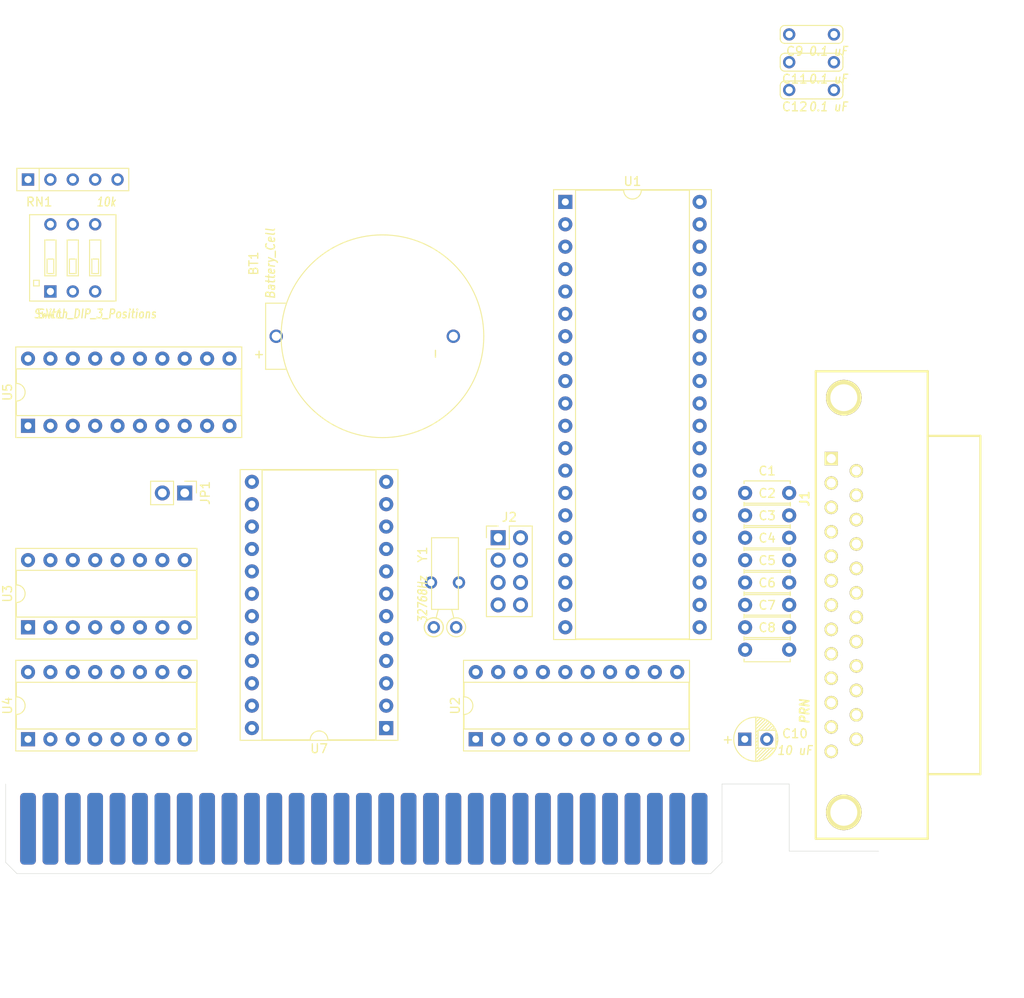
<source format=kicad_pcb>
(kicad_pcb (version 20240108) (generator "pcbnew") (generator_version "8.0")
  (layers (0 "F.Cu" signal) (31 "B.Cu" signal) (34 "B.Paste" user) (35 "F.Paste" user) (36 "B.SilkS" user "B.Silkscreen") (37 "F.SilkS" user "F.Silkscreen") (38 "B.Mask" user) (39 "F.Mask" user) (44 "Edge.Cuts" user))
  (net 0 "")
  (net 1 "/A1")
  (net 2 "/A0")
  (net 3 "/A9")
  (net 6 "/IOR")
  (net 9 "/IRQ7")
  (net 11 "VCC")
  (net 13 "GND")
  (net 15 "/D7")
  (net 16 "/A5")
  (net 18 "/D3")
  (net 20 "/RESET")
  (net 24 "/A3")
  (net 25 "/D2")
  (net 32 "/A8")
  (net 33 "/AEN")
  (net 40 "/D1")
  (net 41 "/IRQ6")
  (net 42 "/D0")
  (net 43 "/D5")
  (net 45 "/A7")
  (net 49 "/A4")
  (net 51 "/D4")
  (net 53 "/A6")
  (net 55 "/A2")
  (net 57 "/IOW")
  (net 59 "/D6")
  (net 60 "/P_DATA0")
  (net 61 "/P_DATA1")
  (net 62 "/P_DATA2")
  (net 63 "/P_DATA3")
  (net 64 "/P_DATA4")
  (net 65 "/P_DATA5")
  (net 66 "/P_DATA6")
  (net 67 "/P_DATA7")
  (net 68 "/~{ERROR}")
  (net 69 "/~{SCLK}")
  (net 70 "/PE")
  (net 71 "/~{AUTOFD}")
  (net 72 "/SLCK")
  (net 73 "/~{ACK}")
  (net 74 "/~{STROB}")
  (net 75 "/~{INIT}")
  (net 76 "/BUSY")
  (net 77 "Net-(U1-D5)")
  (net 78 "/PRN_IRQ")
  (net 79 "Net-(U1-D6)")
  (net 80 "/PRN_CS")
  (net 81 "Net-(U1-D0)")
  (net 83 "Net-(U1-DIR)")
  (net 84 "Net-(U1-D2)")
  (net 86 "Net-(U1-D1)")
  (net 88 "Net-(U1-D3)")
  (net 90 "Net-(U1-D7)")
  (net 91 "Net-(U1-D4)")
  (net 92 "/0x278")
  (net 94 "/0x2E8")
  (net 95 "Net-(U3-~{E1})")
  (net 96 "/0x3E8")
  (net 97 "/0x2F8")
  (net 99 "/0x3F8")
  (net 100 "/0x378")
  (net 108 "/~{RTC_IRQ}")
  (net 109 "/AS2")
  (net 110 "/AS1")
  (net 111 "/AS0")
  (net 112 "Net-(U7-X2)")
  (net 113 "Net-(U7-X1)")
  (net 114 "Net-(BT1-+)")
  (net 115 "Net-(JP1-A)")
  (net 116 "/RTCALE")
  (net 117 "/RTCRD")
  (net 118 "/RTCWR")
  (footprint "Package_DIP:DIP-24_W15.24mm_Socket" (layer "F.Cu") (at 185.42 113.035 180)
    (property "Reference" "U7" (at 7.62 -2.33 360) (layer "F.SilkS"))
    (property "Value" "DS12885")
    (pad "1" thru_hole rect (at 0 0 180) (size 1.6 1.6) (drill 0.8) (layers "*.Cu" "*.Mask"))
    (pad "2" thru_hole oval (at 0 2.54 180) (size 1.6 1.6) (drill 0.8) (layers "*.Cu" "*.Mask") (net 113 "Net-(U7-X1)"))
    (pad "3" thru_hole oval (at 0 5.08 180) (size 1.6 1.6) (drill 0.8) (layers "*.Cu" "*.Mask") (net 112 "Net-(U7-X2)"))
    (pad "4" thru_hole oval (at 0 7.62 180) (size 1.6 1.6) (drill 0.8) (layers "*.Cu" "*.Mask") (net 42 "/D0"))
    (pad "5" thru_hole oval (at 0 10.16 180) (size 1.6 1.6) (drill 0.8) (layers "*.Cu" "*.Mask") (net 40 "/D1"))
    (pad "6" thru_hole oval (at 0 12.7 180) (size 1.6 1.6) (drill 0.8) (layers "*.Cu" "*.Mask") (net 25 "/D2"))
    (pad "7" thru_hole oval (at 0 15.24 180) (size 1.6 1.6) (drill 0.8) (layers "*.Cu" "*.Mask") (net 18 "/D3"))
    (pad "8" thru_hole oval (at 0 17.78 180) (size 1.6 1.6) (drill 0.8) (layers "*.Cu" "*.Mask") (net 51 "/D4"))
    (pad "9" thru_hole oval (at 0 20.32 180) (size 1.6 1.6) (drill 0.8) (layers "*.Cu" "*.Mask") (net 43 "/D5"))
    (pad "10" thru_hole oval (at 0 22.86 180) (size 1.6 1.6) (drill 0.8) (layers "*.Cu" "*.Mask") (net 59 "/D6"))
    (pad "11" thru_hole oval (at 0 25.4 180) (size 1.6 1.6) (drill 0.8) (layers "*.Cu" "*.Mask") (net 15 "/D7"))
    (pad "12" thru_hole oval (at 0 27.94 180) (size 1.6 1.6) (drill 0.8) (layers "*.Cu" "*.Mask") (net 13 "GND"))
    (pad "13" thru_hole oval (at 15.24 27.94 180) (size 1.6 1.6) (drill 0.8) (layers "*.Cu" "*.Mask") (net 13 "GND"))
    (pad "14" thru_hole oval (at 15.24 25.4 180) (size 1.6 1.6) (drill 0.8) (layers "*.Cu" "*.Mask") (net 116 "/RTCALE"))
    (pad "15" thru_hole oval (at 15.24 22.86 180) (size 1.6 1.6) (drill 0.8) (layers "*.Cu" "*.Mask") (net 118 "/RTCWR"))
    (pad "16" thru_hole oval (at 15.24 20.32 180) (size 1.6 1.6) (drill 0.8) (layers "*.Cu" "*.Mask") (net 13 "GND"))
    (pad "17" thru_hole oval (at 15.24 17.78 180) (size 1.6 1.6) (drill 0.8) (layers "*.Cu" "*.Mask") (net 117 "/RTCRD"))
    (pad "18" thru_hole oval (at 15.24 15.24 180) (size 1.6 1.6) (drill 0.8) (layers "*.Cu" "*.Mask") (net 11 "VCC"))
    (pad "19" thru_hole oval (at 15.24 12.7 180) (size 1.6 1.6) (drill 0.8) (layers "*.Cu" "*.Mask") (net 108 "/~{RTC_IRQ}"))
    (pad "20" thru_hole oval (at 15.24 10.16 180) (size 1.6 1.6) (drill 0.8) (layers "*.Cu" "*.Mask") (net 114 "Net-(BT1-+)"))
    (pad "21" thru_hole oval (at 15.24 7.62 180) (size 1.6 1.6) (drill 0.8) (layers "*.Cu" "*.Mask") (net 115 "Net-(JP1-A)"))
    (pad "22" thru_hole oval (at 15.24 5.08 180) (size 1.6 1.6) (drill 0.8) (layers "*.Cu" "*.Mask"))
    (pad "23" thru_hole oval (at 15.24 2.54 180) (size 1.6 1.6) (drill 0.8) (layers "*.Cu" "*.Mask"))
    (pad "24" thru_hole oval (at 15.24 0 180) (size 1.6 1.6) (drill 0.8) (layers "*.Cu" "*.Mask") (net 11 "VCC"))
  )
  (footprint "Capacitor_THT:C_Disc_D5.0mm_W2.5mm_P5.00mm" (layer "F.Cu") (at 226.14 91.44)
    (property "Reference" "C3" (at 2.5 -2.5 0) (layer "F.SilkS"))
    (property "Value" "2200pF" (hide yes))
    (pad "1" thru_hole circle (at 0 0) (size 1.6 1.6) (drill 0.8) (layers "*.Cu" "*.Mask") (net 13 "GND"))
    (pad "2" thru_hole circle (at 5 0) (size 1.6 1.6) (drill 0.8) (layers "*.Cu" "*.Mask") (net 62 "/P_DATA2"))
  )
  (footprint "Package_DIP:DIP-16_W7.62mm_Socket" (layer "F.Cu") (at 144.78 101.6 90)
    (property "Reference" "U3" (at 3.81 -2.33 90) (layer "F.SilkS"))
    (property "Value" "74HCT138")
    (pad "1" thru_hole rect (at 0 0 90) (size 1.6 1.6) (drill 0.8) (layers "*.Cu" "*.Mask") (net 32 "/A8"))
    (pad "2" thru_hole oval (at 0 2.54 90) (size 1.6 1.6) (drill 0.8) (layers "*.Cu" "*.Mask") (net 49 "/A4"))
    (pad "3" thru_hole oval (at 0 5.08 90) (size 1.6 1.6) (drill 0.8) (layers "*.Cu" "*.Mask") (net 45 "/A7"))
    (pad "4" thru_hole oval (at 0 7.62 90) (size 1.6 1.6) (drill 0.8) (layers "*.Cu" "*.Mask") (net 33 "/AEN"))
    (pad "5" thru_hole oval (at 0 10.16 90) (size 1.6 1.6) (drill 0.8) (layers "*.Cu" "*.Mask") (net 95 "Net-(U3-~{E1})"))
    (pad "6" thru_hole oval (at 0 12.7 90) (size 1.6 1.6) (drill 0.8) (layers "*.Cu" "*.Mask") (net 3 "/A9"))
    (pad "7" thru_hole oval (at 0 15.24 90) (size 1.6 1.6) (drill 0.8) (layers "*.Cu" "*.Mask") (net 99 "/0x3F8"))
    (pad "8" thru_hole oval (at 0 17.78 90) (size 1.6 1.6) (drill 0.8) (layers "*.Cu" "*.Mask") (net 13 "GND"))
    (pad "9" thru_hole oval (at 7.62 17.78 90) (size 1.6 1.6) (drill 0.8) (layers "*.Cu" "*.Mask") (net 97 "/0x2F8"))
    (pad "10" thru_hole oval (at 7.62 15.24 90) (size 1.6 1.6) (drill 0.8) (layers "*.Cu" "*.Mask") (net 96 "/0x3E8"))
    (pad "11" thru_hole oval (at 7.62 12.7 90) (size 1.6 1.6) (drill 0.8) (layers "*.Cu" "*.Mask") (net 94 "/0x2E8"))
    (pad "12" thru_hole oval (at 7.62 10.16 90) (size 1.6 1.6) (drill 0.8) (layers "*.Cu" "*.Mask") (net 100 "/0x378"))
    (pad "13" thru_hole oval (at 7.62 7.62 90) (size 1.6 1.6) (drill 0.8) (layers "*.Cu" "*.Mask") (net 92 "/0x278"))
    (pad "14" thru_hole oval (at 7.62 5.08 90) (size 1.6 1.6) (drill 0.8) (layers "*.Cu" "*.Mask"))
    (pad "15" thru_hole oval (at 7.62 2.54 90) (size 1.6 1.6) (drill 0.8) (layers "*.Cu" "*.Mask"))
    (pad "16" thru_hole oval (at 7.62 0 90) (size 1.6 1.6) (drill 0.8) (layers "*.Cu" "*.Mask") (net 11 "VCC"))
  )
  (footprint "SKiselev:Conn_Dsub_DB25F" (layer "F.Cu") (at 237.3376 99.0727 -90)
    (property "Reference" "J1" (at -12.065 4.445 90) (layer "F.SilkS") (effects (font (size 1.016 1.016) (thickness 0.2032))))
    (property "Value" "PRN" (at 12.065 4.445 90) (layer "F.SilkS") (effects (font (size 1.016 0.9144) (thickness 0.2032) (italic yes))))
    (pad "1" thru_hole rect (at -16.6116 1.4224 270) (size 1.524 1.524) (drill 1.0414) (layers "*.Cu" "*.Mask" "F.SilkS") (net 74 "/~{STROB}"))
    (pad "2" thru_hole circle (at -13.843 1.4224 270) (size 1.524 1.524) (drill 1.0414) (layers "*.Cu" "*.Mask" "F.SilkS") (net 60 "/P_DATA0"))
    (pad "3" thru_hole circle (at -11.0744 1.4224 270) (size 1.524 1.524) (drill 1.0414) (layers "*.Cu" "*.Mask" "F.SilkS") (net 61 "/P_DATA1"))
    (pad "4" thru_hole circle (at -8.3058 1.4224 270) (size 1.524 1.524) (drill 1.0414) (layers "*.Cu" "*.Mask" "F.SilkS") (net 62 "/P_DATA2"))
    (pad "5" thru_hole circle (at -5.5372 1.4224 270) (size 1.524 1.524) (drill 1.0414) (layers "*.Cu" "*.Mask" "F.SilkS") (net 63 "/P_DATA3"))
    (pad "6" thru_hole circle (at -2.7686 1.4224 270) (size 1.524 1.524) (drill 1.0414) (layers "*.Cu" "*.Mask" "F.SilkS") (net 64 "/P_DATA4"))
    (pad "7" thru_hole circle (at 0 1.4224 270) (size 1.524 1.524) (drill 1.0414) (layers "*.Cu" "*.Mask" "F.SilkS") (net 65 "/P_DATA5"))
    (pad "8" thru_hole circle (at 2.7686 1.4224 270) (size 1.524 1.524) (drill 1.0414) (layers "*.Cu" "*.Mask" "F.SilkS") (net 66 "/P_DATA6"))
    (pad "9" thru_hole circle (at 5.5372 1.4224 270) (size 1.524 1.524) (drill 1.0414) (layers "*.Cu" "*.Mask" "F.SilkS") (net 67 "/P_DATA7"))
    (pad "10" thru_hole circle (at 8.3058 1.4224 270) (size 1.524 1.524) (drill 1.0414) (layers "*.Cu" "*.Mask" "F.SilkS") (net 73 "/~{ACK}"))
    (pad "11" thru_hole circle (at 11.0744 1.4224 270) (size 1.524 1.524) (drill 1.0414) (layers "*.Cu" "*.Mask" "F.SilkS") (net 76 "/BUSY"))
    (pad "12" thru_hole circle (at 13.843 1.4224 270) (size 1.524 1.524) (drill 1.0414) (layers "*.Cu" "*.Mask" "F.SilkS") (net 70 "/PE"))
    (pad "13" thru_hole circle (at 16.6116 1.4224 270) (size 1.524 1.524) (drill 1.0414) (layers "*.Cu" "*.Mask" "F.SilkS") (net 72 "/SLCK"))
    (pad "14" thru_hole circle (at -15.2273 -1.4224 270) (size 1.524 1.524) (drill 1.0414) (layers "*.Cu" "*.Mask" "F.SilkS") (net 71 "/~{AUTOFD}"))
    (pad "15" thru_hole circle (at -12.4587 -1.4224 270) (size 1.524 1.524) (drill 1.0414) (layers "*.Cu" "*.Mask" "F.SilkS") (net 68 "/~{ERROR}"))
    (pad "16" thru_hole circle (at -9.6901 -1.4224 270) (size 1.524 1.524) (drill 1.0414) (layers "*.Cu" "*.Mask" "F.SilkS") (net 75 "/~{INIT}"))
    (pad "17" thru_hole circle (at -6.9215 -1.4224 270) (size 1.524 1.524) (drill 1.0414) (layers "*.Cu" "*.Mask" "F.SilkS") (net 69 "/~{SCLK}"))
    (pad "18" thru_hole circle (at -4.1529 -1.4224 270) (size 1.524 1.524) (drill 1.0414) (layers "*.Cu" "*.Mask" "F.SilkS") (net 13 "GND"))
    (pad "19" thru_hole circle (at -1.3843 -1.4224 270) (size 1.524 1.524) (drill 1.0414) (layers "*.Cu" "*.Mask" "F.SilkS") (net 13 "GND"))
    (pad "20" thru_hole circle (at 1.3843 -1.4224 270) (size 1.524 1.524) (drill 1.0414) (layers "*.Cu" "*.Mask" "F.SilkS") (net 13 "GND"))
    (pad "21" thru_hole circle (at 4.1529 -1.4224 270) (size 1.524 1.524) (drill 1.0414) (layers "*.Cu" "*.Mask" "F.SilkS") (net 13 "GND"))
    (pad "22" thru_hole circle (at 6.9215 -1.4224 270) (size 1.524 1.524) (drill 1.0414) (layers "*.Cu" "*.Mask" "F.SilkS") (net 13 "GND"))
    (pad "23" thru_hole circle (at 9.6901 -1.4224 270) (size 1.524 1.524) (drill 1.0414) (layers "*.Cu" "*.Mask" "F.SilkS") (net 13 "GND"))
    (pad "24" thru_hole circle (at 12.4587 -1.4224 270) (size 1.524 1.524) (drill 1.0414) (layers "*.Cu" "*.Mask" "F.SilkS") (net 13 "GND"))
    (pad "25" thru_hole circle (at 15.2273 -1.4224 270) (size 1.524 1.524) (drill 1.0414) (layers "*.Cu" "*.Mask" "F.SilkS") (net 13 "GND"))
    (pad "GND" thru_hole circle (at -23.52 0 270) (size 4.04876 4.04876) (drill 3.05054) (layers "*.Cu" "*.Mask" "F.SilkS"))
    (pad "GND" thru_hole circle (at 23.52 0 270) (size 4.04876 4.04876) (drill 3.05054) (layers "*.Cu" "*.Mask" "F.SilkS"))
  )
  (footprint "Connector_PinHeader_2.54mm:PinHeader_2x04_P2.54mm_Vertical" (layer "F.Cu") (at 198.12 91.44)
    (property "Reference" "J2" (at 1.27 -2.33 360) (layer "F.SilkS"))
    (property "Value" "PRN_Conf")
    (pad "1" thru_hole rect (at 0 0) (size 1.7 1.7) (drill 1) (layers "*.Cu" "*.Mask") (net 41 "/IRQ6"))
    (pad "2" thru_hole oval (at 2.54 0) (size 1.7 1.7) (drill 1) (layers "*.Cu" "*.Mask") (net 78 "/PRN_IRQ"))
    (pad "3" thru_hole oval (at 0 2.54) (size 1.7 1.7) (drill 1) (layers "*.Cu" "*.Mask") (net 9 "/IRQ7"))
    (pad "4" thru_hole oval (at 2.54 2.54) (size 1.7 1.7) (drill 1) (layers "*.Cu" "*.Mask") (net 78 "/PRN_IRQ"))
    (pad "5" thru_hole oval (at 0 5.08) (size 1.7 1.7) (drill 1) (layers "*.Cu" "*.Mask") (net 92 "/0x278"))
    (pad "6" thru_hole oval (at 2.54 5.08) (size 1.7 1.7) (drill 1) (layers "*.Cu" "*.Mask") (net 80 "/PRN_CS"))
    (pad "7" thru_hole oval (at 0 7.62) (size 1.7 1.7) (drill 1) (layers "*.Cu" "*.Mask") (net 100 "/0x378"))
    (pad "8" thru_hole oval (at 2.54 7.62) (size 1.7 1.7) (drill 1) (layers "*.Cu" "*.Mask") (net 80 "/PRN_CS"))
  )
  (footprint "SKiselev:Switch_DIP_3_Positions" (layer "F.Cu") (at 149.86 59.69)
    (property "Reference" "SW1" (at -2.54 6.35 0) (layer "F.SilkS"))
    (property "Value" "Switch_DIP_3_Positions" (at 2.54 6.35 0) (layer "F.SilkS") (effects (font (size 1 0.8) (thickness 0.15) (italic yes))))
    (pad "1" thru_hole rect (at -2.54 3.81) (size 1.397 1.397) (drill 0.8128) (layers "*.Cu" "*.Mask") (net 13 "GND"))
    (pad "2" thru_hole circle (at 0 3.81) (size 1.397 1.397) (drill 0.8128) (layers "*.Cu" "*.Mask") (net 13 "GND"))
    (pad "3" thru_hole circle (at 2.54 3.81) (size 1.397 1.397) (drill 0.8128) (layers "*.Cu" "*.Mask") (net 13 "GND"))
    (pad "4" thru_hole circle (at 2.54 -3.81) (size 1.397 1.397) (drill 0.8128) (layers "*.Cu" "*.Mask") (net 109 "/AS2"))
    (pad "5" thru_hole circle (at 0 -3.81) (size 1.397 1.397) (drill 0.8128) (layers "*.Cu" "*.Mask") (net 110 "/AS1"))
    (pad "6" thru_hole circle (at -2.54 -3.81) (size 1.397 1.397) (drill 0.8128) (layers "*.Cu" "*.Mask") (net 111 "/AS0"))
  )
  (footprint "Package_DIP:DIP-20_W7.62mm_Socket" (layer "F.Cu") (at 144.78 78.74 90)
    (property "Reference" "U5" (at 3.81 -2.33 90) (layer "F.SilkS"))
    (property "Value" "ATF16V8B")
    (pad "1" thru_hole rect (at 0 0 90) (size 1.6 1.6) (drill 0.8) (layers "*.Cu" "*.Mask") (net 2 "/A0"))
    (pad "2" thru_hole oval (at 0 2.54 90) (size 1.6 1.6) (drill 0.8) (layers "*.Cu" "*.Mask") (net 55 "/A2"))
    (pad "3" thru_hole oval (at 0 5.08 90) (size 1.6 1.6) (drill 0.8) (layers "*.Cu" "*.Mask") (net 24 "/A3"))
    (pad "4" thru_hole oval (at 0 7.62 90) (size 1.6 1.6) (drill 0.8) (layers "*.Cu" "*.Mask") (net 49 "/A4"))
    (pad "5" thru_hole oval (at 0 10.16 90) (size 1.6 1.6) (drill 0.8) (layers "*.Cu" "*.Mask") (net 16 "/A5"))
    (pad "6" thru_hole oval (at 0 12.7 90) (size 1.6 1.6) (drill 0.8) (layers "*.Cu" "*.Mask") (net 53 "/A6"))
    (pad "7" thru_hole oval (at 0 15.24 90) (size 1.6 1.6) (drill 0.8) (layers "*.Cu" "*.Mask") (net 45 "/A7"))
    (pad "8" thru_hole oval (at 0 17.78 90) (size 1.6 1.6) (drill 0.8) (layers "*.Cu" "*.Mask") (net 32 "/A8"))
    (pad "9" thru_hole oval (at 0 20.32 90) (size 1.6 1.6) (drill 0.8) (layers "*.Cu" "*.Mask") (net 3 "/A9"))
    (pad "10" thru_hole oval (at 0 22.86 90) (size 1.6 1.6) (drill 0.8) (layers "*.Cu" "*.Mask") (net 13 "GND"))
    (pad "11" thru_hole oval (at 7.62 22.86 90) (size 1.6 1.6) (drill 0.8) (layers "*.Cu" "*.Mask") (net 109 "/AS2"))
    (pad "12" thru_hole oval (at 7.62 20.32 90) (size 1.6 1.6) (drill 0.8) (layers "*.Cu" "*.Mask") (net 57 "/IOW"))
    (pad "13" thru_hole oval (at 7.62 17.78 90) (size 1.6 1.6) (drill 0.8) (layers "*.Cu" "*.Mask") (net 6 "/IOR"))
    (pad "14" thru_hole oval (at 7.62 15.24 90) (size 1.6 1.6) (drill 0.8) (layers "*.Cu" "*.Mask") (net 116 "/RTCALE"))
    (pad "15" thru_hole oval (at 7.62 12.7 90) (size 1.6 1.6) (drill 0.8) (layers "*.Cu" "*.Mask") (net 118 "/RTCWR"))
    (pad "16" thru_hole oval (at 7.62 10.16 90) (size 1.6 1.6) (drill 0.8) (layers "*.Cu" "*.Mask") (net 117 "/RTCRD"))
    (pad "17" thru_hole oval (at 7.62 7.62 90) (size 1.6 1.6) (drill 0.8) (layers "*.Cu" "*.Mask") (net 33 "/AEN"))
    (pad "18" thru_hole oval (at 7.62 5.08 90) (size 1.6 1.6) (drill 0.8) (layers "*.Cu" "*.Mask") (net 110 "/AS1"))
    (pad "19" thru_hole oval (at 7.62 2.54 90) (size 1.6 1.6) (drill 0.8) (layers "*.Cu" "*.Mask") (net 111 "/AS0"))
    (pad "20" thru_hole oval (at 7.62 0 90) (size 1.6 1.6) (drill 0.8) (layers "*.Cu" "*.Mask") (net 11 "VCC"))
  )
  (footprint "Capacitor_THT:C_Disc_D5.0mm_W2.5mm_P5.00mm" (layer "F.Cu") (at 226.14 93.98)
    (property "Reference" "C4" (at 2.5 -2.5 0) (layer "F.SilkS"))
    (property "Value" "2200pF" (hide yes))
    (pad "1" thru_hole circle (at 0 0) (size 1.6 1.6) (drill 0.8) (layers "*.Cu" "*.Mask") (net 13 "GND"))
    (pad "2" thru_hole circle (at 5 0) (size 1.6 1.6) (drill 0.8) (layers "*.Cu" "*.Mask") (net 63 "/P_DATA3"))
  )
  (footprint "Capacitor_THT:C_Disc_D5.0mm_W2.5mm_P5.00mm" (layer "F.Cu") (at 226.14 88.9)
    (property "Reference" "C2" (at 2.5 -2.5 0) (layer "F.SilkS"))
    (property "Value" "2200pF" (hide yes))
    (pad "1" thru_hole circle (at 0 0) (size 1.6 1.6) (drill 0.8) (layers "*.Cu" "*.Mask") (net 13 "GND"))
    (pad "2" thru_hole circle (at 5 0) (size 1.6 1.6) (drill 0.8) (layers "*.Cu" "*.Mask") (net 61 "/P_DATA1"))
  )
  (footprint "SKiselev:Conn_SIL5" (layer "F.Cu") (at 149.86 50.8)
    (property "Reference" "RN1" (at -3.81 2.54 0) (layer "F.SilkS"))
    (property "Value" "10k" (at 3.81 2.54 0) (layer "F.SilkS") (effects (font (size 1 0.8) (thickness 0.15) (italic yes))))
    (pad "1" thru_hole rect (at -5.08 0) (size 1.397 1.397) (drill 0.8128) (layers "*.Cu" "*.Mask") (net 11 "VCC"))
    (pad "2" thru_hole circle (at -2.54 0) (size 1.397 1.397) (drill 0.8128) (layers "*.Cu" "*.Mask") (net 111 "/AS0"))
    (pad "3" thru_hole circle (at 0 0) (size 1.397 1.397) (drill 0.8128) (layers "*.Cu" "*.Mask") (net 110 "/AS1"))
    (pad "4" thru_hole circle (at 2.54 0) (size 1.397 1.397) (drill 0.8128) (layers "*.Cu" "*.Mask") (net 109 "/AS2"))
    (pad "5" thru_hole circle (at 5.08 0) (size 1.397 1.397) (drill 0.8128) (layers "*.Cu" "*.Mask") (net 108 "/~{RTC_IRQ}"))
  )
  (footprint "SKiselev:Conn_Edge_PCB_ISA8" (layer "F.Cu") (at 182.88 124.46)
    (property "Reference" "BUS1" (hide yes))
    (property "Value" "BUSPC_DEV" (hide yes))
    (pad "1" connect roundrect (at 38.1 0) (size 1.778 8.128) (layers "B.Cu") (net 13 "GND"))
    (pad "2" connect roundrect (at 35.56 0) (size 1.778 8.128) (layers "B.Cu") (net 20 "/RESET"))
    (pad "3" connect roundrect (at 33.02 0) (size 1.778 8.128) (layers "B.Cu") (net 11 "VCC"))
    (pad "4" connect roundrect (at 30.48 0) (size 1.778 8.128) (layers "B.Cu"))
    (pad "5" connect roundrect (at 27.94 0) (size 1.778 8.128) (layers "B.Cu"))
    (pad "6" connect roundrect (at 25.4 0) (size 1.778 8.128) (layers "B.Cu"))
    (pad "7" connect roundrect (at 22.86 0) (size 1.778 8.128) (layers "B.Cu"))
    (pad "8" connect roundrect (at 20.32 0) (size 1.778 8.128) (layers "B.Cu"))
    (pad "9" connect roundrect (at 17.78 0) (size 1.778 8.128) (layers "B.Cu"))
    (pad "10" connect roundrect (at 15.24 0) (size 1.778 8.128) (layers "B.Cu") (net 13 "GND"))
    (pad "11" connect roundrect (at 12.7 0) (size 1.778 8.128) (layers "B.Cu"))
    (pad "12" connect roundrect (at 10.16 0) (size 1.778 8.128) (layers "B.Cu"))
    (pad "13" connect roundrect (at 7.62 0) (size 1.778 8.128) (layers "B.Cu") (net 57 "/IOW"))
    (pad "14" connect roundrect (at 5.08 0) (size 1.778 8.128) (layers "B.Cu") (net 6 "/IOR"))
    (pad "15" connect roundrect (at 2.54 0) (size 1.778 8.128) (layers "B.Cu"))
    (pad "16" connect roundrect (at 0 0) (size 1.778 8.128) (layers "B.Cu"))
    (pad "17" connect roundrect (at -2.54 0) (size 1.778 8.128) (layers "B.Cu"))
    (pad "18" connect roundrect (at -5.08 0) (size 1.778 8.128) (layers "B.Cu"))
    (pad "19" connect roundrect (at -7.62 0) (size 1.778 8.128) (layers "B.Cu"))
    (pad "20" connect roundrect (at -10.16 0) (size 1.778 8.128) (layers "B.Cu"))
    (pad "21" connect roundrect (at -12.7 0) (size 1.778 8.128) (layers "B.Cu") (net 9 "/IRQ7"))
    (pad "22" connect roundrect (at -15.24 0) (size 1.778 8.128) (layers "B.Cu") (net 41 "/IRQ6"))
    (pad "23" connect roundrect (at -17.78 0) (size 1.778 8.128) (layers "B.Cu"))
    (pad "24" connect roundrect (at -20.32 0) (size 1.778 8.128) (layers "B.Cu"))
    (pad "25" connect roundrect (at -22.86 0) (size 1.778 8.128) (layers "B.Cu"))
    (pad "26" connect roundrect (at -25.4 0) (size 1.778 8.128) (layers "B.Cu"))
    (pad "27" connect roundrect (at -27.94 0) (size 1.778 8.128) (layers "B.Cu"))
    (pad "28" connect roundrect (at -30.48 0) (size 1.778 8.128) (layers "B.Cu"))
    (pad "29" connect roundrect (at -33.02 0) (size 1.778 8.128) (layers "B.Cu") (net 11 "VCC"))
    (pad "30" connect roundrect (at -35.56 0) (size 1.778 8.128) (layers "B.Cu"))
    (pad "31" connect roundrect (at -38.1 0) (size 1.778 8.128) (layers "B.Cu") (net 13 "GND"))
    (pad "32" connect roundrect (at 38.1 0) (size 1.778 8.128) (layers "F.Cu"))
    (pad "33" connect roundrect (at 35.56 0) (size 1.778 8.128) (layers "F.Cu") (net 15 "/D7"))
    (pad "34" connect roundrect (at 33.02 0) (size 1.778 8.128) (layers "F.Cu") (net 59 "/D6"))
    (pad "35" connect roundrect (at 30.48 0) (size 1.778 8.128) (layers "F.Cu") (net 43 "/D5"))
    (pad "36" connect roundrect (at 27.94 0) (size 1.778 8.128) (layers "F.Cu") (net 51 "/D4"))
    (pad "37" connect roundrect (at 25.4 0) (size 1.778 8.128) (layers "F.Cu") (net 18 "/D3"))
    (pad "38" connect roundrect (at 22.86 0) (size 1.778 8.128) (layers "F.Cu") (net 25 "/D2"))
    (pad "39" connect roundrect (at 20.32 0) (size 1.778 8.128) (layers "F.Cu") (net 40 "/D1"))
    (pad "40" connect roundrect (at 17.78 0) (size 1.778 8.128) (layers "F.Cu") (net 42 "/D0"))
    (pad "41" connect roundrect (at 15.24 0) (size 1.778 8.128) (layers "F.Cu"))
    (pad "42" connect roundrect (at 12.7 0) (size 1.778 8.128) (layers "F.Cu") (net 33 "/AEN"))
    (pad "43" connect roundrect (at 10.16 0) (size 1.778 8.128) (layers "F.Cu"))
    (pad "44" connect roundrect (at 7.62 0) (size 1.778 8.128) (layers "F.Cu"))
    (pad "45" connect roundrect (at 5.08 0) (size 1.778 8.128) (layers "F.Cu"))
    (pad "46" connect roundrect (at 2.54 0) (size 1.778 8.128) (layers "F.Cu"))
    (pad "47" connect roundrect (at 0 0) (size 1.778 8.128) (layers "F.Cu"))
    (pad "48" connect roundrect (at -2.54 0) (size 1.778 8.128) (layers "F.Cu"))
    (pad "49" connect roundrect (at -5.08 0) (size 1.778 8.128) (layers "F.Cu"))
    (pad "50" connect roundrect (at -7.62 0) (size 1.778 8.128) (layers "F.Cu"))
    (pad "51" connect roundrect (at -10.16 0) (size 1.778 8.128) (layers "F.Cu"))
    (pad "52" connect roundrect (at -12.7 0) (size 1.778 8.128) (layers "F.Cu"))
    (pad "53" connect roundrect (at -15.24 0) (size 1.778 8.128) (layers "F.Cu") (net 3 "/A9"))
    (pad "54" connect roundrect (at -17.78 0) (size 1.778 8.128) (layers "F.Cu") (net 32 "/A8"))
    (pad "55" connect roundrect (at -20.32 0) (size 1.778 8.128) (layers "F.Cu") (net 45 "/A7"))
    (pad "56" connect roundrect (at -22.86 0) (size 1.778 8.128) (layers "F.Cu") (net 53 "/A6"))
    (pad "57" connect roundrect (at -25.4 0) (size 1.778 8.128) (layers "F.Cu") (net 16 "/A5"))
    (pad "58" connect roundrect (at -27.94 0) (size 1.778 8.128) (layers "F.Cu") (net 49 "/A4"))
    (pad "59" connect roundrect (at -30.48 0) (size 1.778 8.128) (layers "F.Cu") (net 24 "/A3"))
    (pad "60" connect roundrect (at -33.02 0) (size 1.778 8.128) (layers "F.Cu") (net 55 "/A2"))
    (pad "61" connect roundrect (at -35.56 0) (size 1.778 8.128) (layers "F.Cu") (net 1 "/A1"))
    (pad "62" connect roundrect (at -38.1 0) (size 1.778 8.128) (layers "F.Cu") (net 2 "/A0"))
  )
  (footprint "SKiselev:Battery_Holder_CR2032_Mouser_122-2420-GR" (layer "F.Cu") (at 184.990001 68.58)
    (property "Reference" "BT1" (at -14.605 -8.255 90) (layer "F.SilkS"))
    (property "Value" "Battery_Cell" (at -12.7 -8.255 90) (layer "F.SilkS") (effects (font (size 1 0.9) (thickness 0.15) (italic yes))))
    (fp_text user "-" (at 5.9436 1.9812 90) (layer "F.SilkS"))
    (fp_text user "+" (at -13.9954 2.0066 0) (layer "F.SilkS"))
    (pad "1" thru_hole circle (at -12.049999 0) (size 1.524 1.524) (drill 1.016) (layers "*.Cu" "*.Mask") (net 114 "Net-(BT1-+)"))
    (pad "2" thru_hole circle (at 8.049999 0) (size 1.524 1.524) (drill 1.016) (layers "*.Cu" "*.Mask") (net 13 "GND"))
  )
  (footprint "Capacitor_THT:C_Disc_D5.0mm_W2.5mm_P5.00mm" (layer "F.Cu") (at 226.14 101.6)
    (property "Reference" "C7" (at 2.5 -2.5 0) (layer "F.SilkS"))
    (property "Value" "2200pF" (hide yes))
    (pad "1" thru_hole circle (at 0 0) (size 1.6 1.6) (drill 0.8) (layers "*.Cu" "*.Mask") (net 13 "GND"))
    (pad "2" thru_hole circle (at 5 0) (size 1.6 1.6) (drill 0.8) (layers "*.Cu" "*.Mask") (net 66 "/P_DATA6"))
  )
  (footprint "Package_DIP:DIP-16_W7.62mm_Socket" (layer "F.Cu") (at 144.78 114.3 90)
    (property "Reference" "U4" (at 3.81 -2.33 90) (layer "F.SilkS"))
    (property "Value" "74HCT138")
    (pad "1" thru_hole rect (at 0 0 90) (size 1.6 1.6) (drill 0.8) (layers "*.Cu" "*.Mask") (net 24 "/A3"))
    (pad "2" thru_hole oval (at 0 2.54 90) (size 1.6 1.6) (drill 0.8) (layers "*.Cu" "*.Mask") (net 16 "/A5"))
    (pad "3" thru_hole oval (at 0 5.08 90) (size 1.6 1.6) (drill 0.8) (layers "*.Cu" "*.Mask") (net 53 "/A6"))
    (pad "4" thru_hole oval (at 0 7.62 90) (size 1.6 1.6) (drill 0.8) (layers "*.Cu" "*.Mask") (net 13 "GND"))
    (pad "5" thru_hole oval (at 0 10.16 90) (size 1.6 1.6) (drill 0.8) (layers "*.Cu" "*.Mask") (net 13 "GND"))
    (pad "6" thru_hole oval (at 0 12.7 90) (size 1.6 1.6) (drill 0.8) (layers "*.Cu" "*.Mask") (net 11 "VCC"))
    (pad "7" thru_hole oval (at 0 15.24 90) (size 1.6 1.6) (drill 0.8) (layers "*.Cu" "*.Mask") (net 95 "Net-(U3-~{E1})"))
    (pad "8" thru_hole oval (at 0 17.78 90) (size 1.6 1.6) (drill 0.8) (layers "*.Cu" "*.Mask") (net 13 "GND"))
    (pad "9" thru_hole oval (at 7.62 17.78 90) (size 1.6 1.6) (drill 0.8) (layers "*.Cu" "*.Mask"))
    (pad "10" thru_hole oval (at 7.62 15.24 90) (size 1.6 1.6) (drill 0.8) (layers "*.Cu" "*.Mask"))
    (pad "11" thru_hole oval (at 7.62 12.7 90) (size 1.6 1.6) (drill 0.8) (layers "*.Cu" "*.Mask"))
    (pad "12" thru_hole oval (at 7.62 10.16 90) (size 1.6 1.6) (drill 0.8) (layers "*.Cu" "*.Mask"))
    (pad "13" thru_hole oval (at 7.62 7.62 90) (size 1.6 1.6) (drill 0.8) (layers "*.Cu" "*.Mask"))
    (pad "14" thru_hole oval (at 7.62 5.08 90) (size 1.6 1.6) (drill 0.8) (layers "*.Cu" "*.Mask"))
    (pad "15" thru_hole oval (at 7.62 2.54 90) (size 1.6 1.6) (drill 0.8) (layers "*.Cu" "*.Mask"))
    (pad "16" thru_hole oval (at 7.62 0 90) (size 1.6 1.6) (drill 0.8) (layers "*.Cu" "*.Mask") (net 11 "VCC"))
  )
  (footprint "SKiselev:Cap_Elec_Radial_5mm_2.5mm" (layer "F.Cu") (at 227.35 114.3)
    (property "Reference" "C10" (at 4.445 -0.635 0) (layer "F.SilkS"))
    (property "Value" "10 uF" (at 4.445 1.27 0) (layer "F.SilkS") (effects (font (size 1 0.9) (thickness 0.15) (italic yes))))
    (fp_text user "+" (at -3.175 0 0) (layer "F.SilkS"))
    (pad "1" thru_hole rect (at -1.25 0) (size 1.49098 1.49098) (drill 0.8001) (layers "*.Cu" "*.Mask") (net 11 "VCC"))
    (pad "2" thru_hole circle (at 1.25 0) (size 1.49098 1.49098) (drill 0.8001) (layers "*.Cu" "*.Mask") (net 13 "GND"))
  )
  (footprint "Connector_PinHeader_2.54mm:PinHeader_1x02_P2.54mm_Vertical" (layer "F.Cu") (at 162.56 86.36 -90)
    (property "Reference" "JP1" (at 0 -2.33 90) (layer "F.SilkS"))
    (property "Value" "Clear CMOS")
    (pad "1" thru_hole rect (at 0 0 270) (size 1.7 1.7) (drill 1) (layers "*.Cu" "*.Mask") (net 115 "Net-(JP1-A)"))
    (pad "2" thru_hole oval (at 0 2.54 270) (size 1.7 1.7) (drill 1) (layers "*.Cu" "*.Mask") (net 13 "GND"))
  )
  (footprint "SKiselev:Cap_Cer_508" (layer "F.Cu") (at 233.68 37.488)
    (property "Reference" "C11" (at -1.905 1.905 0) (layer "F.SilkS"))
    (property "Value" "0.1 uF" (at 1.905 1.905 0) (layer "F.SilkS") (effects (font (size 1 0.9) (thickness 0.15) (italic yes))))
    (pad "1" thru_hole circle (at -2.54 0) (size 1.397 1.397) (drill 0.8128) (layers "*.Cu" "*.Mask") (net 11 "VCC"))
    (pad "2" thru_hole circle (at 2.54 0) (size 1.397 1.397) (drill 0.8128) (layers "*.Cu" "*.Mask") (net 13 "GND"))
  )
  (footprint "SKiselev:Crystal_32K_Horiz" (layer "F.Cu") (at 192.0875 101.6 180)
    (property "Reference" "Y1" (at 2.54 8.255 90) (layer "F.SilkS"))
    (property "Value" "32768Hz" (at 2.54 3.175 90) (layer "F.SilkS") (effects (font (size 1 0.8) (thickness 0.15) (italic yes))))
    (pad "1" thru_hole circle (at -1.27 0 180) (size 1.397 1.397) (drill 0.8128) (layers "*.Cu" "*.Mask") (net 113 "Net-(U7-X1)"))
    (pad "2" thru_hole circle (at 1.27 0 180) (size 1.397 1.397) (drill 0.8128) (layers "*.Cu" "*.Mask") (net 112 "Net-(U7-X2)"))
    (pad "3" thru_hole circle (at -1.5875 5.08 180) (size 1.397 1.397) (drill 0.8128) (layers "*.Cu" "*.Mask") (net 13 "GND"))
    (pad "3" thru_hole circle (at 1.5875 5.08 180) (size 1.397 1.397) (drill 0.8128) (layers "*.Cu" "*.Mask") (net 13 "GND"))
  )
  (footprint "SKiselev:Cap_Cer_508" (layer "F.Cu") (at 233.68 34.336)
    (property "Reference" "C9" (at -1.905 1.905 0) (layer "F.SilkS"))
    (property "Value" "0.1 uF" (at 1.905 1.905 0) (layer "F.SilkS") (effects (font (size 1 0.9) (thickness 0.15) (italic yes))))
    (pad "1" thru_hole circle (at -2.54 0) (size 1.397 1.397) (drill 0.8128) (layers "*.Cu" "*.Mask") (net 11 "VCC"))
    (pad "2" thru_hole circle (at 2.54 0) (size 1.397 1.397) (drill 0.8128) (layers "*.Cu" "*.Mask") (net 13 "GND"))
  )
  (footprint "Capacitor_THT:C_Disc_D5.0mm_W2.5mm_P5.00mm" (layer "F.Cu") (at 226.14 96.52)
    (property "Reference" "C5" (at 2.5 -2.5 0) (layer "F.SilkS"))
    (property "Value" "2200pF" (hide yes))
    (pad "1" thru_hole circle (at 0 0) (size 1.6 1.6) (drill 0.8) (layers "*.Cu" "*.Mask") (net 13 "GND"))
    (pad "2" thru_hole circle (at 5 0) (size 1.6 1.6) (drill 0.8) (layers "*.Cu" "*.Mask") (net 64 "/P_DATA4"))
  )
  (footprint "Capacitor_THT:C_Disc_D5.0mm_W2.5mm_P5.00mm" (layer "F.Cu") (at 226.14 86.36)
    (property "Reference" "C1" (at 2.5 -2.5 0) (layer "F.SilkS"))
    (property "Value" "2200pF" (hide yes))
    (pad "1" thru_hole circle (at 0 0) (size 1.6 1.6) (drill 0.8) (layers "*.Cu" "*.Mask") (net 13 "GND"))
    (pad "2" thru_hole circle (at 5 0) (size 1.6 1.6) (drill 0.8) (layers "*.Cu" "*.Mask") (net 60 "/P_DATA0"))
  )
  (footprint "Package_DIP:DIP-40_W15.24mm_Socket" (layer "F.Cu") (at 205.74 53.34)
    (property "Reference" "U1" (at 7.62 -2.33 0) (layer "F.SilkS"))
    (property "Value" "82C11")
    (pad "1" thru_hole rect (at 0 0) (size 1.6 1.6) (drill 0.8) (layers "*.Cu" "*.Mask"))
    (pad "2" thru_hole oval (at 0 2.54) (size 1.6 1.6) (drill 0.8) (layers "*.Cu" "*.Mask"))
    (pad "3" thru_hole oval (at 0 5.08) (size 1.6 1.6) (drill 0.8) (layers "*.Cu" "*.Mask"))
    (pad "4" thru_hole oval (at 0 7.62) (size 1.6 1.6) (drill 0.8) (layers "*.Cu" "*.Mask"))
    (pad "5" thru_hole oval (at 0 10.16) (size 1.6 1.6) (drill 0.8) (layers "*.Cu" "*.Mask") (net 20 "/RESET"))
    (pad "6" thru_hole oval (at 0 12.7) (size 1.6 1.6) (drill 0.8) (layers "*.Cu" "*.Mask") (net 57 "/IOW"))
    (pad "7" thru_hole oval (at 0 15.24) (size 1.6 1.6) (drill 0.8) (layers "*.Cu" "*.Mask") (net 6 "/IOR"))
    (pad "8" thru_hole oval (at 0 17.78) (size 1.6 1.6) (drill 0.8) (layers "*.Cu" "*.Mask") (net 83 "Net-(U1-DIR)"))
    (pad "9" thru_hole oval (at 0 20.32) (size 1.6 1.6) (drill 0.8) (layers "*.Cu" "*.Mask") (net 81 "Net-(U1-D0)"))
    (pad "10" thru_hole oval (at 0 22.86) (size 1.6 1.6) (drill 0.8) (layers "*.Cu" "*.Mask") (net 86 "Net-(U1-D1)"))
    (pad "11" thru_hole oval (at 0 25.4) (size 1.6 1.6) (drill 0.8) (layers "*.Cu" "*.Mask") (net 84 "Net-(U1-D2)"))
    (pad "12" thru_hole oval (at 0 27.94) (size 1.6 1.6) (drill 0.8) (layers "*.Cu" "*.Mask") (net 88 "Net-(U1-D3)"))
    (pad "13" thru_hole oval (at 0 30.48) (size 1.6 1.6) (drill 0.8) (layers "*.Cu" "*.Mask") (net 91 "Net-(U1-D4)"))
    (pad "14" thru_hole oval (at 0 33.02) (size 1.6 1.6) (drill 0.8) (layers "*.Cu" "*.Mask") (net 77 "Net-(U1-D5)"))
    (pad "15" thru_hole oval (at 0 35.56) (size 1.6 1.6) (drill 0.8) (layers "*.Cu" "*.Mask") (net 79 "Net-(U1-D6)"))
    (pad "16" thru_hole oval (at 0 38.1) (size 1.6 1.6) (drill 0.8) (layers "*.Cu" "*.Mask") (net 90 "Net-(U1-D7)"))
    (pad "17" thru_hole oval (at 0 40.64) (size 1.6 1.6) (drill 0.8) (layers "*.Cu" "*.Mask") (net 78 "/PRN_IRQ"))
    (pad "18" thru_hole oval (at 0 43.18) (size 1.6 1.6) (drill 0.8) (layers "*.Cu" "*.Mask") (net 80 "/PRN_CS"))
    (pad "19" thru_hole oval (at 0 45.72) (size 1.6 1.6) (drill 0.8) (layers "*.Cu" "*.Mask") (net 13 "GND"))
    (pad "20" thru_hole oval (at 0 48.26) (size 1.6 1.6) (drill 0.8) (layers "*.Cu" "*.Mask") (net 13 "GND"))
    (pad "21" thru_hole oval (at 15.24 48.26) (size 1.6 1.6) (drill 0.8) (layers "*.Cu" "*.Mask") (net 69 "/~{SCLK}"))
    (pad "22" thru_hole oval (at 15.24 45.72) (size 1.6 1.6) (drill 0.8) (layers "*.Cu" "*.Mask") (net 75 "/~{INIT}"))
    (pad "23" thru_hole oval (at 15.24 43.18) (size 1.6 1.6) (drill 0.8) (layers "*.Cu" "*.Mask") (net 71 "/~{AUTOFD}"))
    (pad "24" thru_hole oval (at 15.24 40.64) (size 1.6 1.6) (drill 0.8) (layers "*.Cu" "*.Mask") (net 74 "/~{STROB}"))
    (pad "25" thru_hole oval (at 15.24 38.1) (size 1.6 1.6) (drill 0.8) (layers "*.Cu" "*.Mask") (net 76 "/BUSY"))
    (pad "26" thru_hole oval (at 15.24 35.56) (size 1.6 1.6) (drill 0.8) (layers "*.Cu" "*.Mask") (net 73 "/~{ACK}"))
    (pad "27" thru_hole oval (at 15.24 33.02) (size 1.6 1.6) (drill 0.8) (layers "*.Cu" "*.Mask") (net 70 "/PE"))
    (pad "28" thru_hole oval (at 15.24 30.48) (size 1.6 1.6) (drill 0.8) (layers "*.Cu" "*.Mask") (net 72 "/SLCK"))
    (pad "29" thru_hole oval (at 15.24 27.94) (size 1.6 1.6) (drill 0.8) (layers "*.Cu" "*.Mask") (net 68 "/~{ERROR}"))
    (pad "30" thru_hole oval (at 15.24 25.4) (size 1.6 1.6) (drill 0.8) (layers "*.Cu" "*.Mask") (net 67 "/P_DATA7"))
    (pad "31" thru_hole oval (at 15.24 22.86) (size 1.6 1.6) (drill 0.8) (layers "*.Cu" "*.Mask") (net 66 "/P_DATA6"))
    (pad "32" thru_hole oval (at 15.24 20.32) (size 1.6 1.6) (drill 0.8) (layers "*.Cu" "*.Mask") (net 65 "/P_DATA5"))
    (pad "33" thru_hole oval (at 15.24 17.78) (size 1.6 1.6) (drill 0.8) (layers "*.Cu" "*.Mask") (net 64 "/P_DATA4"))
    (pad "34" thru_hole oval (at 15.24 15.24) (size 1.6 1.6) (drill 0.8) (layers "*.Cu" "*.Mask") (net 63 "/P_DATA3"))
    (pad "35" thru_hole oval (at 15.24 12.7) (size 1.6 1.6) (drill 0.8) (layers "*.Cu" "*.Mask") (net 62 "/P_DATA2"))
    (pad "36" thru_hole oval (at 15.24 10.16) (size 1.6 1.6) (drill 0.8) (layers "*.Cu" "*.Mask") (net 61 "/P_DATA1"))
    (pad "37" thru_hole oval (at 15.24 7.62) (size 1.6 1.6) (drill 0.8) (layers "*.Cu" "*.Mask") (net 60 "/P_DATA0"))
    (pad "38" thru_hole oval (at 15.24 5.08) (size 1.6 1.6) (drill 0.8) (layers "*.Cu" "*.Mask") (net 2 "/A0"))
    (pad "39" thru_hole oval (at 15.24 2.54) (size 1.6 1.6) (drill 0.8) (layers "*.Cu" "*.Mask") (net 1 "/A1"))
    (pad "40" thru_hole oval (at 15.24 0) (size 1.6 1.6) (drill 0.8) (layers "*.Cu" "*.Mask") (net 11 "VCC"))
  )
  (footprint "Package_DIP:DIP-20_W7.62mm_Socket" (layer "F.Cu") (at 195.58 114.3 90)
    (property "Reference" "U2" (at 3.81 -2.33 90) (layer "F.SilkS"))
    (property "Value" "74HCT245")
    (pad "1" thru_hole rect (at 0 0 90) (size 1.6 1.6) (drill 0.8) (layers "*.Cu" "*.Mask") (net 83 "Net-(U1-DIR)"))
    (pad "2" thru_hole oval (at 0 2.54 90) (size 1.6 1.6) (drill 0.8) (layers "*.Cu" "*.Mask") (net 81 "Net-(U1-D0)"))
    (pad "3" thru_hole oval (at 0 5.08 90) (size 1.6 1.6) (drill 0.8) (layers "*.Cu" "*.Mask") (net 86 "Net-(U1-D1)"))
    (pad "4" thru_hole oval (at 0 7.62 90) (size 1.6 1.6) (drill 0.8) (layers "*.Cu" "*.Mask") (net 84 "Net-(U1-D2)"))
    (pad "5" thru_hole oval (at 0 10.16 90) (size 1.6 1.6) (drill 0.8) (layers "*.Cu" "*.Mask") (net 88 "Net-(U1-D3)"))
    (pad "6" thru_hole oval (at 0 12.7 90) (size 1.6 1.6) (drill 0.8) (layers "*.Cu" "*.Mask") (net 91 "Net-(U1-D4)"))
    (pad "7" thru_hole oval (at 0 15.24 90) (size 1.6 1.6) (drill 0.8) (layers "*.Cu" "*.Mask") (net 77 "Net-(U1-D5)"))
    (pad "8" thru_hole oval (at 0 17.78 90) (size 1.6 1.6) (drill 0.8) (layers "*.Cu" "*.Mask") (net 79 "Net-(U1-D6)"))
    (pad "9" thru_hole oval (at 0 20.32 90) (size 1.6 1.6) (drill 0.8) (layers "*.Cu" "*.Mask") (net 90 "Net-(U1-D7)"))
    (pad "10" thru_hole oval (at 0 22.86 90) (size 1.6 1.6) (drill 0.8) (layers "*.Cu" "*.Mask") (net 13 "GND"))
    (pad "11" thru_hole oval (at 7.62 22.86 90) (size 1.6 1.6) (drill 0.8) (layers "*.Cu" "*.Mask") (net 15 "/D7"))
    (pad "12" thru_hole oval (at 7.62 20.32 90) (size 1.6 1.6) (drill 0.8) (layers "*.Cu" "*.Mask") (net 59 "/D6"))
    (pad "13" thru_hole oval (at 7.62 17.78 90) (size 1.6 1.6) (drill 0.8) (layers "*.Cu" "*.Mask") (net 43 "/D5"))
    (pad "14" thru_hole oval (at 7.62 15.24 90) (size 1.6 1.6) (drill 0.8) (layers "*.Cu" "*.Mask") (net 51 "/D4"))
    (pad "15" thru_hole oval (at 7.62 12.7 90) (size 1.6 1.6) (drill 0.8) (layers "*.Cu" "*.Mask") (net 18 "/D3"))
    (pad "16" thru_hole oval (at 7.62 10.16 90) (size 1.6 1.6) (drill 0.8) (layers "*.Cu" "*.Mask") (net 25 "/D2"))
    (pad "17" thru_hole oval (at 7.62 7.62 90) (size 1.6 1.6) (drill 0.8) (layers "*.Cu" "*.Mask") (net 40 "/D1"))
    (pad "18" thru_hole oval (at 7.62 5.08 90) (size 1.6 1.6) (drill 0.8) (layers "*.Cu" "*.Mask") (net 42 "/D0"))
    (pad "19" thru_hole oval (at 7.62 2.54 90) (size 1.6 1.6) (drill 0.8) (layers "*.Cu" "*.Mask") (net 80 "/PRN_CS"))
    (pad "20" thru_hole oval (at 7.62 0 90) (size 1.6 1.6) (drill 0.8) (layers "*.Cu" "*.Mask") (net 11 "VCC"))
  )
  (footprint "Capacitor_THT:C_Disc_D5.0mm_W2.5mm_P5.00mm" (layer "F.Cu") (at 226.14 104.14)
    (property "Reference" "C8" (at 2.5 -2.5 0) (layer "F.SilkS"))
    (property "Value" "2200pF" (hide yes))
    (pad "1" thru_hole circle (at 0 0) (size 1.6 1.6) (drill 0.8) (layers "*.Cu" "*.Mask") (net 13 "GND"))
    (pad "2" thru_hole circle (at 5 0) (size 1.6 1.6) (drill 0.8) (layers "*.Cu" "*.Mask") (net 67 "/P_DATA7"))
  )
  (footprint "SKiselev:Cap_Cer_508" (layer "F.Cu") (at 233.68 40.64)
    (property "Reference" "C12" (at -1.905 1.905 0) (layer "F.SilkS"))
    (property "Value" "0.1 uF" (at 1.905 1.905 0) (layer "F.SilkS") (effects (font (size 1 0.9) (thickness 0.15) (italic yes))))
    (pad "1" thru_hole circle (at -2.54 0) (size 1.397 1.397) (drill 0.8128) (layers "*.Cu" "*.Mask") (net 11 "VCC"))
    (pad "2" thru_hole circle (at 2.54 0) (size 1.397 1.397) (drill 0.8128) (layers "*.Cu" "*.Mask") (net 13 "GND"))
  )
  (footprint "Capacitor_THT:C_Disc_D5.0mm_W2.5mm_P5.00mm" (layer "F.Cu") (at 226.14 99.06)
    (property "Reference" "C6" (at 2.5 -2.5 0) (layer "F.SilkS"))
    (property "Value" "2200pF" (hide yes))
    (pad "1" thru_hole circle (at 0 0) (size 1.6 1.6) (drill 0.8) (layers "*.Cu" "*.Mask") (net 13 "GND"))
    (pad "2" thru_hole circle (at 5 0) (size 1.6 1.6) (drill 0.8) (layers "*.Cu" "*.Mask") (net 65 "/P_DATA5"))
  )
  (gr_line (start 231.14 127) (end 241.3 127) (stroke (width 0.05)) (layer "Edge.Cuts"))
  (gr_line (start 223.52 128.27) (end 222.25 129.54) (stroke (width 0.05)) (layer "Edge.Cuts"))
  (gr_line (start 222.25 129.54) (end 143.51 129.54) (stroke (width 0.05)) (layer "Edge.Cuts"))
  (gr_line (start 223.52 119.38) (end 223.52 127) (stroke (width 0.05)) (layer "Edge.Cuts"))
  (gr_line (start 223.52 127) (end 223.52 128.27) (stroke (width 0.05)) (layer "Edge.Cuts"))
  (gr_line (start 231.14 119.38) (end 223.52 119.38) (stroke (width 0.05)) (layer "Edge.Cuts"))
  (gr_line (start 231.14 127) (end 231.14 119.38) (stroke (width 0.05)) (layer "Edge.Cuts"))
  (gr_line (start 143.51 129.54) (end 142.24 128.27) (stroke (width 0.05)) (layer "Edge.Cuts"))
  (gr_line (start 142.24 128.27) (end 142.24 119.38) (stroke (width 0.05)) (layer "Edge.Cuts"))
)
</source>
